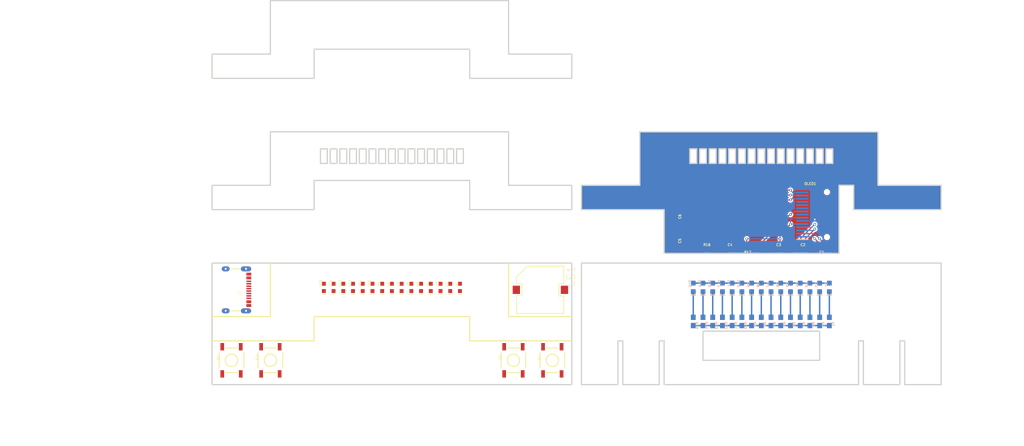
<source format=kicad_pcb>
(kicad_pcb (version 20221018) (generator pcbnew)
  (layers (0 "F.Cu" signal) (31 "B.Cu" signal) (34 "B.Paste" user) (35 "F.Paste" user) (36 "B.SilkS" user "B.Silkscreen") (37 "F.SilkS" user "F.Silkscreen") (38 "B.Mask" user) (39 "F.Mask" user) (44 "Edge.Cuts" user))
  (net 0 "")
  (net 1 "N$1")
  (net 2 "N$2")
  (net 3 "N$3")
  (net 4 "N$4")
  (net 5 "N$5")
  (net 6 "N$6")
  (net 7 "N$7")
  (net 8 "N$8")
  (net 9 "N$9")
  (net 10 "N$10")
  (net 11 "N$11")
  (net 12 "N$12")
  (net 13 "N$13")
  (net 14 "N$14")
  (net 15 "N$15")
  (net 16 "N$16")
  (net 17 "N$17")
  (net 18 "N$18")
  (net 19 "N$19")
  (net 20 "N$20")
  (net 21 "N$21")
  (net 22 "3.3V")
  (net 23 "GND")
  (net 24 "N$22")
  (net 25 "N$24")
  (net 26 "N$25")
  (net 27 "OLED_RST")
  (net 28 "SCL")
  (net 29 "SDA")
  (footprint "working:ALS-PT19" (layer "F.Cu") (at 96.5011 124.5036 90)
    (fp_text reference "U15")
    (fp_text value "LIGHT_SENSORALS")
  )
  (footprint "working:TACTILE_SWITCH_SMD_5.2MM" (layer "F.Cu") (at 135.5011 139.5036 90)
    (fp_text reference "S3")
    (fp_text value "MOMENTARY-SWITCH-SPST-SMD-5.2MM-TALL" hide)
  )
  (footprint "working:0603" (layer "F.Cu") (at 189.5011 116.5036)
    (fp_text reference "C3")
    (fp_text value "4.7uF")
  )
  (footprint "" (layer "F.Cu") (at 106.5011 70.5036)
    (fp_text reference "@HOLE5" hide)
    (fp_text value "")
  )
  (footprint "working:TACTILE_SWITCH_SMD_5.2MM" (layer "F.Cu") (at 85.5011 139.5036 90)
    (fp_text reference "S2")
    (fp_text value "MOMENTARY-SWITCH-SPST-SMD-5.2MM-TALL" hide)
  )
  (footprint "working:ALS-PT19" (layer "F.Cu") (at 100.5011 124.5036 90)
    (fp_text reference "U13")
    (fp_text value "LIGHT_SENSORALS")
  )
  (footprint "working:ALS-PT19" (layer "F.Cu") (at 108.5011 124.5036 90)
    (fp_text reference "U9")
    (fp_text value "LIGHT_SENSORALS")
  )
  (footprint "working:BUZZER_SMD" (layer "F.Cu") (at 141.0011 125.0036 -90)
    (fp_text reference "LS1")
    (fp_text value "BUZZER-SMD-SQUARE")
  )
  (footprint "working:TACTILE_SWITCH_SMD_5.2MM" (layer "F.Cu") (at 77.5011 139.5036 90)
    (fp_text reference "S1")
    (fp_text value "MOMENTARY-SWITCH-SPST-SMD-5.2MM-TALL" hide)
  )
  (footprint "" (layer "F.Cu") (at 100.5011 70.5036)
    (fp_text reference "@HOLE2" hide)
    (fp_text value "")
  )
  (footprint "working:0603" (layer "F.Cu") (at 199.5011 116.5036 180)
    (fp_text reference "C1")
    (fp_text value "1.0uF")
  )
  (footprint "working:0603" (layer "F.Cu") (at 184.5011 116.5036 180)
    (fp_text reference "R17")
    (fp_text value "10k")
  )
  (footprint "working:ALS-PT19" (layer "F.Cu") (at 122.5011 124.5036 90)
    (fp_text reference "U2")
    (fp_text value "LIGHT_SENSORALS")
  )
  (footprint "" (layer "F.Cu") (at 102.5011 70.5036)
    (fp_text reference "@HOLE3" hide)
    (fp_text value "")
  )
  (footprint "" (layer "F.Cu") (at 124.5011 70.5036)
    (fp_text reference "@HOLE14" hide)
    (fp_text value "")
  )
  (footprint "working:0603" (layer "F.Cu") (at 170.5011 115.5036 90)
    (fp_text reference "C5")
    (fp_text value "2.2uF")
  )
  (footprint "" (layer "F.Cu") (at 110.5011 70.5036)
    (fp_text reference "@HOLE7" hide)
    (fp_text value "")
  )
  (footprint "working:0603" (layer "F.Cu") (at 179.5011 116.5036)
    (fp_text reference "C4")
    (fp_text value "0.1uF")
  )
  (footprint "" (layer "F.Cu") (at 112.5011 70.5036)
    (fp_text reference "@HOLE8" hide)
    (fp_text value "")
  )
  (footprint "working:ALS-PT19" (layer "F.Cu") (at 120.5011 124.5036 90)
    (fp_text reference "U3")
    (fp_text value "LIGHT_SENSORALS")
  )
  (footprint "working:ALS-PT19" (layer "F.Cu") (at 112.5011 124.5036 90)
    (fp_text reference "U7")
    (fp_text value "LIGHT_SENSORALS")
  )
  (footprint "working:KIKKERLAND15" (layer "F.Cu") (at 50.5011 144.5036)
    (fp_text reference "E$1" hide)
    (fp_text value "" hide)
  )
  (footprint "working:ALS-PT19" (layer "F.Cu") (at 124.5011 124.5036 90)
    (fp_text reference "U1")
    (fp_text value "LIGHT_SENSORALS")
  )
  (footprint "working:OLED-UG-2832TSWGG01-REAR" (layer "F.Cu") (at 194.2011 103.9036)
    (fp_text reference "OLED1")
    (fp_text value "32x128 OLED")
  )
  (footprint "working:ALS-PT19" (layer "F.Cu") (at 114.5011 124.5036 90)
    (fp_text reference "U6")
    (fp_text value "LIGHT_SENSORALS")
  )
  (footprint "working:TACTILE_SWITCH_SMD_5.2MM" (layer "F.Cu") (at 143.5011 139.5036 90)
    (fp_text reference "S4")
    (fp_text value "MOMENTARY-SWITCH-SPST-SMD-5.2MM-TALL" hide)
  )
  (footprint "working:ALS-PT19" (layer "F.Cu") (at 104.5011 124.5036 90)
    (fp_text reference "U11")
    (fp_text value "LIGHT_SENSORALS")
  )
  (footprint "" (layer "F.Cu") (at 118.5011 70.5036)
    (fp_text reference "@HOLE11" hide)
    (fp_text value "")
  )
  (footprint "working:ALS-PT19" (layer "F.Cu") (at 118.5011 124.5036 90)
    (fp_text reference "U4")
    (fp_text value "LIGHT_SENSORALS")
  )
  (footprint "working:ALS-PT19" (layer "F.Cu") (at 116.5011 124.5036 90)
    (fp_text reference "U5")
    (fp_text value "LIGHT_SENSORALS")
  )
  (footprint "" (layer "F.Cu") (at 108.5011 70.5036)
    (fp_text reference "@HOLE6" hide)
    (fp_text value "")
  )
  (footprint "working:0603" (layer "F.Cu") (at 194.5011 116.5036)
    (fp_text reference "C2")
    (fp_text value "1.0uF")
  )
  (footprint "" (layer "F.Cu") (at 98.5011 70.5036)
    (fp_text reference "@HOLE1" hide)
    (fp_text value "")
  )
  (footprint "working:ALS-PT19" (layer "F.Cu") (at 106.5011 124.5036 90)
    (fp_text reference "U10")
    (fp_text value "LIGHT_SENSORALS")
  )
  (footprint "working:0603" (layer "F.Cu") (at 174.5011 116.5036)
    (fp_text reference "R16")
    (fp_text value "560K")
  )
  (footprint "working:USB-C-16P-2LAYER-PADS" (layer "F.Cu") (at 81.4011 125.0036 -90)
    (fp_text reference "J1")
    (fp_text value "")
  )
  (footprint "working:ALS-PT19" (layer "F.Cu") (at 110.5011 124.5036 90)
    (fp_text reference "U8")
    (fp_text value "LIGHT_SENSORALS")
  )
  (footprint "" (layer "F.Cu") (at 96.5011 70.5036)
    (fp_text reference "@HOLE0" hide)
    (fp_text value "")
  )
  (footprint "" (layer "F.Cu") (at 104.5011 70.5036)
    (fp_text reference "@HOLE4" hide)
    (fp_text value "")
  )
  (footprint "" (layer "F.Cu") (at 114.5011 70.5036)
    (fp_text reference "@HOLE9" hide)
    (fp_text value "")
  )
  (footprint "" (layer "F.Cu") (at 120.5011 70.5036)
    (fp_text reference "@HOLE12" hide)
    (fp_text value "")
  )
  (footprint "" (layer "F.Cu") (at 122.5011 70.5036)
    (fp_text reference "@HOLE13" hide)
    (fp_text value "")
  )
  (footprint "working:ALS-PT19" (layer "F.Cu") (at 98.5011 124.5036 90)
    (fp_text reference "U14")
    (fp_text value "LIGHT_SENSORALS")
  )
  (footprint "working:CREATIVE_COMMONS" (layer "F.Cu") (at 99.5011 156.5036)
    (fp_text reference "FRAME1" hide)
    (fp_text value "FRAME-LETTER" hide)
  )
  (footprint "working:0603" (layer "F.Cu") (at 170.5011 110.5036 90)
    (fp_text reference "C6")
    (fp_text value "4.7uF")
  )
  (footprint "" (layer "F.Cu") (at 116.5011 70.5036)
    (fp_text reference "@HOLE10" hide)
    (fp_text value "")
  )
  (footprint "working:ALS-PT19" (layer "F.Cu") (at 102.5011 124.5036 90)
    (fp_text reference "U12")
    (fp_text value "LIGHT_SENSORALS")
  )
  (footprint "working:LED-0603" (layer "B.Cu") (at 190.5011 124.5036 -90)
    (fp_text reference "D6")
    (fp_text value "")
  )
  (footprint "working:0603" (layer "B.Cu") (at 176.5011 131.5036 90)
    (fp_text reference "R13")
    (fp_text value "330")
  )
  (footprint "working:LED-0603" (layer "B.Cu") (at 198.5011 124.5036 -90)
    (fp_text reference "D2")
    (fp_text value "")
  )
  (footprint "working:0603" (layer "B.Cu") (at 186.5011 131.5036 90)
    (fp_text reference "R8")
    (fp_text value "330")
  )
  (footprint "working:0603" (layer "B.Cu") (at 180.5011 131.5036 90)
    (fp_text reference "R11")
    (fp_text value "330")
  )
  (footprint "working:0603" (layer "B.Cu") (at 196.5011 131.5036 90)
    (fp_text reference "R3")
    (fp_text value "330")
  )
  (footprint "working:LED-0603" (layer "B.Cu") (at 178.5011 124.5036 -90)
    (fp_text reference "D12")
    (fp_text value "")
  )
  (footprint "working:LED-0603" (layer "B.Cu") (at 194.5011 124.5036 -90)
    (fp_text reference "D4")
    (fp_text value "")
  )
  (footprint "working:LED-0603" (layer "B.Cu") (at 182.5011 124.5036 -90)
    (fp_text reference "D10")
    (fp_text value "")
  )
  (footprint "working:LED-0603" (layer "B.Cu") (at 172.5011 124.5036 -90)
    (fp_text reference "D15")
    (fp_text value "")
  )
  (footprint "working:0603" (layer "B.Cu") (at 192.5011 131.5036 90)
    (fp_text reference "R5")
    (fp_text value "330")
  )
  (footprint "working:0603" (layer "B.Cu") (at 194.5011 131.5036 90)
    (fp_text reference "R4")
    (fp_text value "330")
  )
  (footprint "working:LED-0603" (layer "B.Cu") (at 192.5011 124.5036 -90)
    (fp_text reference "D5")
    (fp_text value "")
  )
  (footprint "working:0603" (layer "B.Cu") (at 172.5011 131.5036 90)
    (fp_text reference "R15")
    (fp_text value "330")
  )
  (footprint "working:0603" (layer "B.Cu") (at 184.5011 131.5036 90)
    (fp_text reference "R9")
    (fp_text value "330")
  )
  (footprint "working:0603" (layer "B.Cu") (at 198.5011 131.5036 90)
    (fp_text reference "R2")
    (fp_text value "330")
  )
  (footprint "working:0603" (layer "B.Cu") (at 200.5011 131.5036 90)
    (fp_text reference "R1")
    (fp_text value "330")
  )
  (footprint "working:LED-0603" (layer "B.Cu") (at 180.5011 124.5036 -90)
    (fp_text reference "D11")
    (fp_text value "")
  )
  (footprint "working:0603" (layer "B.Cu") (at 188.5011 131.5036 90)
    (fp_text reference "R7")
    (fp_text value "330")
  )
  (footprint "working:LED-0603" (layer "B.Cu") (at 186.5011 124.5036 -90)
    (fp_text reference "D8")
    (fp_text value "")
  )
  (footprint "working:LED-0603" (layer "B.Cu") (at 196.5011 124.5036 -90)
    (fp_text reference "D3")
    (fp_text value "")
  )
  (footprint "working:0603" (layer "B.Cu") (at 182.5011 131.5036 90)
    (fp_text reference "R10")
    (fp_text value "330")
  )
  (footprint "working:LED-0603" (layer "B.Cu") (at 184.5011 124.5036 -90)
    (fp_text reference "D9")
    (fp_text value "")
  )
  (footprint "working:0603" (layer "B.Cu") (at 190.5011 131.5036 90)
    (fp_text reference "R6")
    (fp_text value "330")
  )
  (footprint "working:LED-0603" (layer "B.Cu") (at 174.5011 124.5036 -90)
    (fp_text reference "D14")
    (fp_text value "")
  )
  (footprint "working:LED-0603" (layer "B.Cu") (at 200.5011 124.5036 -90)
    (fp_text reference "D1")
    (fp_text value "")
  )
  (footprint "working:0603" (layer "B.Cu") (at 174.5011 131.5036 90)
    (fp_text reference "R14")
    (fp_text value "330")
  )
  (footprint "working:LED-0603" (layer "B.Cu") (at 188.5011 124.5036 -90)
    (fp_text reference "D7")
    (fp_text value "")
  )
  (footprint "working:LED-0603" (layer "B.Cu") (at 176.5011 124.5036 -90)
    (fp_text reference "D13")
    (fp_text value "")
  )
  (footprint "working:0603" (layer "B.Cu") (at 178.5011 131.5036 90)
    (fp_text reference "R12")
    (fp_text value "330")
  )
  (gr_line (start 85.5011 130.5036) (end 85.5011 119.5036) (stroke (width 0.254)) (layer "F.SilkS"))
  (gr_line (start 134.5011 130.5036) (end 134.5011 119.5036) (stroke (width 0.254)) (layer "F.SilkS"))
  (gr_line (start 126.5011 130.5036) (end 94.5011 130.5036) (stroke (width 0.254)) (layer "F.SilkS"))
  (gr_line (start 126.5011 135.5036) (end 147.5011 135.5036) (stroke (width 0.254)) (layer "F.SilkS"))
  (gr_line (start 73.5011 135.5036) (end 94.5011 135.5036) (stroke (width 0.254)) (layer "F.SilkS"))
  (gr_line (start 126.5011 130.5036) (end 126.5011 135.5036) (stroke (width 0.254)) (layer "F.SilkS"))
  (gr_line (start 147.5011 135.5036) (end 147.5011 130.5036) (stroke (width 0.254)) (layer "F.SilkS"))
  (gr_line (start 73.5011 130.5036) (end 73.5011 135.5036) (stroke (width 0.254)) (layer "F.SilkS"))
  (gr_line (start 147.5011 130.5036) (end 134.5011 130.5036) (stroke (width 0.254)) (layer "F.SilkS"))
  (gr_line (start 85.5011 119.5036) (end 134.5011 119.5036) (stroke (width 0.254)) (layer "F.SilkS"))
  (gr_line (start 85.5011 130.5036) (end 73.5011 130.5036) (stroke (width 0.254)) (layer "F.SilkS"))
  (gr_line (start 94.5011 135.5036) (end 94.5011 130.5036) (stroke (width 0.254)) (layer "F.SilkS"))
  (gr_line (start 179.8011 99.0036) (end 179.8011 96.0036) (stroke (width 0.254)) (layer "Edge.Cuts"))
  (gr_line (start 101.8011 99.0036) (end 101.8011 96.0036) (stroke (width 0.254)) (layer "Edge.Cuts"))
  (gr_line (start 115.2011 96.0036) (end 115.2011 99.0036) (stroke (width 0.254)) (layer "Edge.Cuts"))
  (gr_line (start 115.2011 99.0036) (end 113.8011 99.0036) (stroke (width 0.254)) (layer "Edge.Cuts"))
  (gr_line (start 177.2011 96.0036) (end 177.2011 99.0036) (stroke (width 0.254)) (layer "Edge.Cuts"))
  (gr_line (start 173.8011 99.0036) (end 173.8011 96.0036) (stroke (width 0.254)) (layer "Edge.Cuts"))
  (gr_line (start 85.5011 65.5036) (end 134.5011 65.5036) (stroke (width 0.254)) (layer "Edge.Cuts"))
  (gr_line (start 202.5011 117.5036) (end 202.5011 103.5036) (stroke (width 0.254)) (layer "Edge.Cuts"))
  (gr_line (start 147.5011 144.5036) (end 73.5011 144.5036) (stroke (width 0.254)) (layer "Edge.Cuts"))
  (gr_line (start 119.8011 96.0036) (end 121.2011 96.0036) (stroke (width 0.254)) (layer "Edge.Cuts"))
  (gr_line (start 147.5011 108.5036) (end 147.5011 103.5036) (stroke (width 0.254)) (layer "Edge.Cuts"))
  (gr_line (start 97.2011 96.0036) (end 97.2011 99.0036) (stroke (width 0.254)) (layer "Edge.Cuts"))
  (gr_line (start 165.5011 135.5036) (end 165.5011 144.5036) (stroke (width 0.254)) (layer "Edge.Cuts"))
  (gr_line (start 95.8011 99.0036) (end 95.8011 96.0036) (stroke (width 0.254)) (layer "Edge.Cuts"))
  (gr_line (start 189.2011 96.0036) (end 189.2011 99.0036) (stroke (width 0.254)) (layer "Edge.Cuts"))
  (gr_line (start 195.8011 96.0036) (end 197.2011 96.0036) (stroke (width 0.254)) (layer "Edge.Cuts"))
  (gr_line (start 149.5011 119.5036) (end 223.5011 119.5036) (stroke (width 0.254)) (layer "Edge.Cuts"))
  (gr_line (start 210.5011 103.5036) (end 210.5011 92.5036) (stroke (width 0.254)) (layer "Edge.Cuts"))
  (gr_line (start 189.2011 99.0036) (end 187.8011 99.0036) (stroke (width 0.254)) (layer "Edge.Cuts"))
  (gr_line (start 175.8011 96.0036) (end 177.2011 96.0036) (stroke (width 0.254)) (layer "Edge.Cuts"))
  (gr_line (start 171.8011 96.0036) (end 173.2011 96.0036) (stroke (width 0.254)) (layer "Edge.Cuts"))
  (gr_line (start 187.8011 96.0036) (end 189.2011 96.0036) (stroke (width 0.254)) (layer "Edge.Cuts"))
  (gr_line (start 97.8011 96.0036) (end 99.2011 96.0036) (stroke (width 0.254)) (layer "Edge.Cuts"))
  (gr_line (start 85.5011 103.5036) (end 73.5011 103.5036) (stroke (width 0.254)) (layer "Edge.Cuts"))
  (gr_line (start 181.2011 96.0036) (end 181.2011 99.0036) (stroke (width 0.254)) (layer "Edge.Cuts"))
  (gr_line (start 158.0011 135.5036) (end 158.0011 144.5036) (stroke (width 0.254)) (layer "Edge.Cuts"))
  (gr_line (start 134.5011 76.5036) (end 134.5011 65.5036) (stroke (width 0.254)) (layer "Edge.Cuts"))
  (gr_line (start 185.2011 99.0036) (end 183.8011 99.0036) (stroke (width 0.254)) (layer "Edge.Cuts"))
  (gr_line (start 207.5011 135.5036) (end 207.5011 144.5036) (stroke (width 0.254)) (layer "Edge.Cuts"))
  (gr_line (start 125.2011 99.0036) (end 123.8011 99.0036) (stroke (width 0.254)) (layer "Edge.Cuts"))
  (gr_line (start 193.2011 99.0036) (end 191.8011 99.0036) (stroke (width 0.254)) (layer "Edge.Cuts"))
  (gr_line (start 183.2011 96.0036) (end 183.2011 99.0036) (stroke (width 0.254)) (layer "Edge.Cuts"))
  (gr_line (start 103.2011 96.0036) (end 103.2011 99.0036) (stroke (width 0.254)) (layer "Edge.Cuts"))
  (gr_line (start 198.5011 139.5036) (end 174.5011 139.5036) (stroke (width 0.254)) (layer "Edge.Cuts"))
  (gr_line (start 189.8011 99.0036) (end 189.8011 96.0036) (stroke (width 0.254)) (layer "Edge.Cuts"))
  (gr_line (start 173.8011 96.0036) (end 175.2011 96.0036) (stroke (width 0.254)) (layer "Edge.Cuts"))
  (gr_line (start 123.8011 99.0036) (end 123.8011 96.0036) (stroke (width 0.254)) (layer "Edge.Cuts"))
  (gr_line (start 147.5011 119.5036) (end 147.5011 144.5036) (stroke (width 0.254)) (layer "Edge.Cuts"))
  (gr_line (start 111.8011 99.0036) (end 111.8011 96.0036) (stroke (width 0.254)) (layer "Edge.Cuts"))
  (gr_line (start 126.5011 108.5036) (end 147.5011 108.5036) (stroke (width 0.254)) (layer "Edge.Cuts"))
  (gr_line (start 202.5011 117.5036) (end 166.5011 117.5036) (stroke (width 0.254)) (layer "Edge.Cuts"))
  (gr_line (start 185.8011 96.0036) (end 187.2011 96.0036) (stroke (width 0.254)) (layer "Edge.Cuts"))
  (gr_line (start 183.2011 99.0036) (end 181.8011 99.0036) (stroke (width 0.254)) (layer "Edge.Cuts"))
  (gr_line (start 181.8011 96.0036) (end 183.2011 96.0036) (stroke (width 0.254)) (layer "Edge.Cuts"))
  (gr_line (start 191.2011 96.0036) (end 191.2011 99.0036) (stroke (width 0.254)) (layer "Edge.Cuts"))
  (gr_line (start 177.2011 99.0036) (end 175.8011 99.0036) (stroke (width 0.254)) (layer "Edge.Cuts"))
  (gr_line (start 125.2011 96.0036) (end 125.2011 99.0036) (stroke (width 0.254)) (layer "Edge.Cuts"))
  (gr_line (start 113.2011 96.0036) (end 113.2011 99.0036) (stroke (width 0.254)) (layer "Edge.Cuts"))
  (gr_line (start 183.8011 96.0036) (end 185.2011 96.0036) (stroke (width 0.254)) (layer "Edge.Cuts"))
  (gr_line (start 216.0011 135.5036) (end 215.0011 135.5036) (stroke (width 0.254)) (layer "Edge.Cuts"))
  (gr_line (start 73.5011 119.5036) (end 147.5011 119.5036) (stroke (width 0.254)) (layer "Edge.Cuts"))
  (gr_line (start 205.5011 103.5036) (end 205.5011 108.5036) (stroke (width 0.254)) (layer "Edge.Cuts"))
  (gr_line (start 195.2011 96.0036) (end 195.2011 99.0036) (stroke (width 0.254)) (layer "Edge.Cuts"))
  (gr_line (start 105.8011 96.0036) (end 107.2011 96.0036) (stroke (width 0.254)) (layer "Edge.Cuts"))
  (gr_line (start 97.8011 99.0036) (end 97.8011 96.0036) (stroke (width 0.254)) (layer "Edge.Cuts"))
  (gr_line (start 126.5011 75.5036) (end 126.5011 81.5036) (stroke (width 0.254)) (layer "Edge.Cuts"))
  (gr_line (start 187.8011 99.0036) (end 187.8011 96.0036) (stroke (width 0.254)) (layer "Edge.Cuts"))
  (gr_line (start 191.8011 99.0036) (end 191.8011 96.0036) (stroke (width 0.254)) (layer "Edge.Cuts"))
  (gr_line (start 99.2011 96.0036) (end 99.2011 99.0036) (stroke (width 0.254)) (layer "Edge.Cuts"))
  (gr_line (start 105.2011 99.0036) (end 103.8011 99.0036) (stroke (width 0.254)) (layer "Edge.Cuts"))
  (gr_line (start 94.5011 81.5036) (end 94.5011 75.5036) (stroke (width 0.254)) (layer "Edge.Cuts"))
  (gr_line (start 115.8011 96.0036) (end 117.2011 96.0036) (stroke (width 0.254)) (layer "Edge.Cuts"))
  (gr_line (start 201.2011 99.0036) (end 199.8011 99.0036) (stroke (width 0.254)) (layer "Edge.Cuts"))
  (gr_line (start 166.5011 144.5036) (end 206.5011 144.5036) (stroke (width 0.254)) (layer "Edge.Cuts"))
  (gr_line (start 195.8011 99.0036) (end 195.8011 96.0036) (stroke (width 0.254)) (layer "Edge.Cuts"))
  (gr_line (start 126.5011 81.5036) (end 147.5011 81.5036) (stroke (width 0.254)) (layer "Edge.Cuts"))
  (gr_line (start 179.8011 96.0036) (end 181.2011 96.0036) (stroke (width 0.254)) (layer "Edge.Cuts"))
  (gr_line (start 173.2011 99.0036) (end 171.8011 99.0036) (stroke (width 0.254)) (layer "Edge.Cuts"))
  (gr_line (start 73.5011 144.5036) (end 73.5011 119.5036) (stroke (width 0.254)) (layer "Edge.Cuts"))
  (gr_line (start 216.0011 144.5036) (end 216.0011 135.5036) (stroke (width 0.254)) (layer "Edge.Cuts"))
  (gr_line (start 181.8011 99.0036) (end 181.8011 96.0036) (stroke (width 0.254)) (layer "Edge.Cuts"))
  (gr_line (start 113.2011 99.0036) (end 111.8011 99.0036) (stroke (width 0.254)) (layer "Edge.Cuts"))
  (gr_line (start 187.2011 99.0036) (end 185.8011 99.0036) (stroke (width 0.254)) (layer "Edge.Cuts"))
  (gr_line (start 197.2011 99.0036) (end 195.8011 99.0036) (stroke (width 0.254)) (layer "Edge.Cuts"))
  (gr_line (start 207.5011 144.5036) (end 215.0011 144.5036) (stroke (width 0.254)) (layer "Edge.Cuts"))
  (gr_line (start 174.5011 139.5036) (end 174.5011 133.5036) (stroke (width 0.254)) (layer "Edge.Cuts"))
  (gr_line (start 161.5011 103.5036) (end 149.5011 103.5036) (stroke (width 0.254)) (layer "Edge.Cuts"))
  (gr_line (start 119.2011 96.0036) (end 119.2011 99.0036) (stroke (width 0.254)) (layer "Edge.Cuts"))
  (gr_line (start 99.8011 96.0036) (end 101.2011 96.0036) (stroke (width 0.254)) (layer "Edge.Cuts"))
  (gr_line (start 95.8011 96.0036) (end 97.2011 96.0036) (stroke (width 0.254)) (layer "Edge.Cuts"))
  (gr_line (start 191.2011 99.0036) (end 189.8011 99.0036) (stroke (width 0.254)) (layer "Edge.Cuts"))
  (gr_line (start 103.8011 99.0036) (end 103.8011 96.0036) (stroke (width 0.254)) (layer "Edge.Cuts"))
  (gr_line (start 179.2011 99.0036) (end 177.8011 99.0036) (stroke (width 0.254)) (layer "Edge.Cuts"))
  (gr_line (start 103.2011 99.0036) (end 101.8011 99.0036) (stroke (width 0.254)) (layer "Edge.Cuts"))
  (gr_line (start 94.5011 108.5036) (end 94.5011 102.5036) (stroke (width 0.254)) (layer "Edge.Cuts"))
  (gr_line (start 147.5011 76.5036) (end 134.5011 76.5036) (stroke (width 0.254)) (layer "Edge.Cuts"))
  (gr_line (start 185.8011 99.0036) (end 185.8011 96.0036) (stroke (width 0.254)) (layer "Edge.Cuts"))
  (gr_line (start 147.5011 103.5036) (end 134.5011 103.5036) (stroke (width 0.254)) (layer "Edge.Cuts"))
  (gr_line (start 85.5011 76.5036) (end 85.5011 65.5036) (stroke (width 0.254)) (layer "Edge.Cuts"))
  (gr_line (start 166.5011 135.5036) (end 165.5011 135.5036) (stroke (width 0.254)) (layer "Edge.Cuts"))
  (gr_line (start 109.2011 96.0036) (end 109.2011 99.0036) (stroke (width 0.254)) (layer "Edge.Cuts"))
  (gr_line (start 99.2011 99.0036) (end 97.8011 99.0036) (stroke (width 0.254)) (layer "Edge.Cuts"))
  (gr_line (start 161.5011 92.5036) (end 210.5011 92.5036) (stroke (width 0.254)) (layer "Edge.Cuts"))
  (gr_line (start 117.2011 96.0036) (end 117.2011 99.0036) (stroke (width 0.254)) (layer "Edge.Cuts"))
  (gr_line (start 199.2011 99.0036) (end 197.8011 99.0036) (stroke (width 0.254)) (layer "Edge.Cuts"))
  (gr_line (start 197.2011 96.0036) (end 197.2011 99.0036) (stroke (width 0.254)) (layer "Edge.Cuts"))
  (gr_line (start 177.8011 96.0036) (end 179.2011 96.0036) (stroke (width 0.254)) (layer "Edge.Cuts"))
  (gr_line (start 109.8011 96.0036) (end 111.2011 96.0036) (stroke (width 0.254)) (layer "Edge.Cuts"))
  (gr_line (start 199.2011 96.0036) (end 199.2011 99.0036) (stroke (width 0.254)) (layer "Edge.Cuts"))
  (gr_line (start 223.5011 103.5036) (end 223.5011 108.5036) (stroke (width 0.254)) (layer "Edge.Cuts"))
  (gr_line (start 149.5011 103.5036) (end 149.5011 108.5036) (stroke (width 0.254)) (layer "Edge.Cuts"))
  (gr_line (start 107.2011 96.0036) (end 107.2011 99.0036) (stroke (width 0.254)) (layer "Edge.Cuts"))
  (gr_line (start 206.5011 135.5036) (end 207.5011 135.5036) (stroke (width 0.254)) (layer "Edge.Cuts"))
  (gr_line (start 73.5011 81.5036) (end 94.5011 81.5036) (stroke (width 0.254)) (layer "Edge.Cuts"))
  (gr_line (start 113.8011 96.0036) (end 115.2011 96.0036) (stroke (width 0.254)) (layer "Edge.Cuts"))
  (gr_line (start 119.2011 99.0036) (end 117.8011 99.0036) (stroke (width 0.254)) (layer "Edge.Cuts"))
  (gr_line (start 101.8011 96.0036) (end 103.2011 96.0036) (stroke (width 0.254)) (layer "Edge.Cuts"))
  (gr_line (start 197.8011 99.0036) (end 197.8011 96.0036) (stroke (width 0.254)) (layer "Edge.Cuts"))
  (gr_line (start 111.2011 96.0036) (end 111.2011 99.0036) (stroke (width 0.254)) (layer "Edge.Cuts"))
  (gr_line (start 197.8011 96.0036) (end 199.2011 96.0036) (stroke (width 0.254)) (layer "Edge.Cuts"))
  (gr_line (start 206.5011 144.5036) (end 206.5011 135.5036) (stroke (width 0.254)) (layer "Edge.Cuts"))
  (gr_line (start 105.8011 99.0036) (end 105.8011 96.0036) (stroke (width 0.254)) (layer "Edge.Cuts"))
  (gr_line (start 109.2011 99.0036) (end 107.8011 99.0036) (stroke (width 0.254)) (layer "Edge.Cuts"))
  (gr_line (start 205.5011 108.5036) (end 223.5011 108.5036) (stroke (width 0.254)) (layer "Edge.Cuts"))
  (gr_line (start 115.8011 99.0036) (end 115.8011 96.0036) (stroke (width 0.254)) (layer "Edge.Cuts"))
  (gr_line (start 113.8011 99.0036) (end 113.8011 96.0036) (stroke (width 0.254)) (layer "Edge.Cuts"))
  (gr_line (start 193.2011 96.0036) (end 193.2011 99.0036) (stroke (width 0.254)) (layer "Edge.Cuts"))
  (gr_line (start 111.2011 99.0036) (end 109.8011 99.0036) (stroke (width 0.254)) (layer "Edge.Cuts"))
  (gr_line (start 157.0011 135.5036) (end 158.0011 135.5036) (stroke (width 0.254)) (layer "Edge.Cuts"))
  (gr_line (start 101.2011 96.0036) (end 101.2011 99.0036) (stroke (width 0.254)) (layer "Edge.Cuts"))
  (gr_line (start 123.8011 96.0036) (end 125.2011 96.0036) (stroke (width 0.254)) (layer "Edge.Cuts"))
  (gr_line (start 158.0011 144.5036) (end 165.5011 144.5036) (stroke (width 0.254)) (layer "Edge.Cuts"))
  (gr_line (start 121.8011 96.0036) (end 123.2011 96.0036) (stroke (width 0.254)) (layer "Edge.Cuts"))
  (gr_line (start 73.5011 108.5036) (end 94.5011 108.5036) (stroke (width 0.254)) (layer "Edge.Cuts"))
  (gr_line (start 179.2011 96.0036) (end 179.2011 99.0036) (stroke (width 0.254)) (layer "Edge.Cuts"))
  (gr_line (start 223.5011 119.5036) (end 223.5011 144.5036) (stroke (width 0.254)) (layer "Edge.Cuts"))
  (gr_line (start 101.2011 99.0036) (end 99.8011 99.0036) (stroke (width 0.254)) (layer "Edge.Cuts"))
  (gr_line (start 175.2011 96.0036) (end 175.2011 99.0036) (stroke (width 0.254)) (layer "Edge.Cuts"))
  (gr_line (start 103.8011 96.0036) (end 105.2011 96.0036) (stroke (width 0.254)) (layer "Edge.Cuts"))
  (gr_line (start 134.5011 103.5036) (end 134.5011 92.5036) (stroke (width 0.254)) (layer "Edge.Cuts"))
  (gr_line (start 97.2011 99.0036) (end 95.8011 99.0036) (stroke (width 0.254)) (layer "Edge.Cuts"))
  (gr_line (start 107.2011 99.0036) (end 105.8011 99.0036) (stroke (width 0.254)) (layer "Edge.Cuts"))
  (gr_line (start 117.8011 96.0036) (end 119.2011 96.0036) (stroke (width 0.254)) (layer "Edge.Cuts"))
  (gr_line (start 123.2011 99.0036) (end 121.8011 99.0036) (stroke (width 0.254)) (layer "Edge.Cuts"))
  (gr_line (start 117.8011 99.0036) (end 117.8011 96.0036) (stroke (width 0.254)) (layer "Edge.Cuts"))
  (gr_line (start 223.5011 103.5036) (end 210.5011 103.5036) (stroke (width 0.254)) (layer "Edge.Cuts"))
  (gr_line (start 201.2011 96.0036) (end 201.2011 99.0036) (stroke (width 0.254)) (layer "Edge.Cuts"))
  (gr_line (start 215.0011 135.5036) (end 215.0011 144.5036) (stroke (width 0.254)) (layer "Edge.Cuts"))
  (gr_line (start 185.2011 96.0036) (end 185.2011 99.0036) (stroke (width 0.254)) (layer "Edge.Cuts"))
  (gr_line (start 189.8011 96.0036) (end 191.2011 96.0036) (stroke (width 0.254)) (layer "Edge.Cuts"))
  (gr_line (start 94.5011 102.5036) (end 126.5011 102.5036) (stroke (width 0.254)) (layer "Edge.Cuts"))
  (gr_line (start 73.5011 103.5036) (end 73.5011 108.5036) (stroke (width 0.254)) (layer "Edge.Cuts"))
  (gr_line (start 123.2011 96.0036) (end 123.2011 99.0036) (stroke (width 0.254)) (layer "Edge.Cuts"))
  (gr_line (start 157.0011 144.5036) (end 157.0011 135.5036) (stroke (width 0.254)) (layer "Edge.Cuts"))
  (gr_line (start 166.5011 144.5036) (end 166.5011 135.5036) (stroke (width 0.254)) (layer "Edge.Cuts"))
  (gr_line (start 183.8011 99.0036) (end 183.8011 96.0036) (stroke (width 0.254)) (layer "Edge.Cuts"))
  (gr_line (start 107.8011 96.0036) (end 109.2011 96.0036) (stroke (width 0.254)) (layer "Edge.Cuts"))
  (gr_line (start 147.5011 81.5036) (end 147.5011 76.5036) (stroke (width 0.254)) (layer "Edge.Cuts"))
  (gr_line (start 161.5011 103.5036) (end 161.5011 92.5036) (stroke (width 0.254)) (layer "Edge.Cuts"))
  (gr_line (start 121.2011 99.0036) (end 119.8011 99.0036) (stroke (width 0.254)) (layer "Edge.Cuts"))
  (gr_line (start 173.2011 96.0036) (end 173.2011 99.0036) (stroke (width 0.254)) (layer "Edge.Cuts"))
  (gr_line (start 99.8011 99.0036) (end 99.8011 96.0036) (stroke (width 0.254)) (layer "Edge.Cuts"))
  (gr_line (start 216.0011 144.5036) (end 223.5011 144.5036) (stroke (width 0.254)) (layer "Edge.Cuts"))
  (gr_line (start 109.8011 99.0036) (end 109.8011 96.0036) (stroke (width 0.254)) (layer "Edge.Cuts"))
  (gr_line (start 85.5011 92.5036) (end 85.5011 103.5036) (stroke (width 0.254)) (layer "Edge.Cuts"))
  (gr_line (start 202.5011 103.5036) (end 205.5011 103.5036) (stroke (width 0.254)) (layer "Edge.Cuts"))
  (gr_line (start 105.2011 96.0036) (end 105.2011 99.0036) (stroke (width 0.254)) (layer "Edge.Cuts"))
  (gr_line (start 111.8011 96.0036) (end 113.2011 96.0036) (stroke (width 0.254)) (layer "Edge.Cuts"))
  (gr_line (start 117.2011 99.0036) (end 115.8011 99.0036) (stroke (width 0.254)) (layer "Edge.Cuts"))
  (gr_line (start 149.5011 144.5036) (end 149.5011 119.5036) (stroke (width 0.254)) (layer "Edge.Cuts"))
  (gr_line (start 198.5011 133.5036) (end 198.5011 139.5036) (stroke (width 0.254)) (layer "Edge.Cuts"))
  (gr_line (start 199.8011 99.0036) (end 199.8011 96.0036) (stroke (width 0.254)) (layer "Edge.Cuts"))
  (gr_line (start 121.8011 99.0036) (end 121.8011 96.0036) (stroke (width 0.254)) (layer "Edge.Cuts"))
  (gr_line (start 107.8011 99.0036) (end 107.8011 96.0036) (stroke (width 0.254)) (layer "Edge.Cuts"))
  (gr_line (start 134.5011 92.5036) (end 85.5011 92.5036) (stroke (width 0.254)) (layer "Edge.Cuts"))
  (gr_line (start 171.8011 99.0036) (end 171.8011 96.0036) (stroke (width 0.254)) (layer "Edge.Cuts"))
  (gr_line (start 85.5011 76.5036) (end 73.5011 76.5036) (stroke (width 0.254)) (layer "Edge.Cuts"))
  (gr_line (start 199.8011 96.0036) (end 201.2011 96.0036) (stroke (width 0.254)) (layer "Edge.Cuts"))
  (gr_line (start 119.8011 99.0036) (end 119.8011 96.0036) (stroke (width 0.254)) (layer "Edge.Cuts"))
  (gr_line (start 149.5011 108.5036) (end 166.5011 108.5036) (stroke (width 0.254)) (layer "Edge.Cuts"))
  (gr_line (start 191.8011 96.0036) (end 193.2011 96.0036) (stroke (width 0.254)) (layer "Edge.Cuts"))
  (gr_line (start 187.2011 96.0036) (end 187.2011 99.0036) (stroke (width 0.254)) (layer "Edge.Cuts"))
  (gr_line (start 174.5011 133.5036) (end 198.5011 133.5036) (stroke (width 0.254)) (layer "Edge.Cuts"))
  (gr_line (start 149.5011 144.5036) (end 157.0011 144.5036) (stroke (width 0.254)) (layer "Edge.Cuts"))
  (gr_line (start 126.5011 102.5036) (end 126.5011 108.5036) (stroke (width 0.254)) (layer "Edge.Cuts"))
  (gr_line (start 193.8011 96.0036) (end 195.2011 96.0036) (stroke (width 0.254)) (layer "Edge.Cuts"))
  (gr_line (start 121.2011 96.0036) (end 121.2011 99.0036) (stroke (width 0.254)) (layer "Edge.Cuts"))
  (gr_line (start 175.8011 99.0036) (end 175.8011 96.0036) (stroke (width 0.254)) (layer "Edge.Cuts"))
  (gr_line (start 166.5011 117.5036) (end 166.5011 108.5036) (stroke (width 0.254)) (layer "Edge.Cuts"))
  (gr_line (start 195.2011 99.0036) (end 193.8011 99.0036) (stroke (width 0.254)) (layer "Edge.Cuts"))
  (gr_line (start 73.5011 76.5036) (end 73.5011 81.5036) (stroke (width 0.254)) (layer "Edge.Cuts"))
  (gr_line (start 177.8011 99.0036) (end 177.8011 96.0036) (stroke (width 0.254)) (layer "Edge.Cuts"))
  (gr_line (start 126.5011 75.5036) (end 94.5011 75.5036) (stroke (width 0.254)) (layer "Edge.Cuts"))
  (gr_line (start 193.8011 99.0036) (end 193.8011 96.0036) (stroke (width 0.254)) (layer "Edge.Cuts"))
  (gr_line (start 175.2011 99.0036) (end 173.8011 99.0036) (stroke (width 0.254)) (layer "Edge.Cuts"))
  (gr_line (start 181.2011 99.0036) (end 179.8011 99.0036) (stroke (width 0.254)) (layer "Edge.Cuts"))
  (segment (start 200.5011 125.3806) (end 200.5011 130.6536) (width 0.3) (layer "B.Cu") (net 1))
  (segment (start 198.5011 125.3806) (end 198.5011 130.6536) (width 0.3) (layer "B.Cu") (net 2))
  (segment (start 196.5011 125.3806) (end 196.5011 130.6536) (width 0.3) (layer "B.Cu") (net 3))
  (segment (start 194.5011 125.3806) (end 194.5011 130.6536) (width 0.3) (layer "B.Cu") (net 4))
  (segment (start 192.5011 125.3806) (end 192.5011 130.6536) (width 0.3) (layer "B.Cu") (net 5))
  (segment (start 190.5011 125.3806) (end 190.5011 130.6536) (width 0.3) (layer "B.Cu") (net 6))
  (segment (start 188.5011 125.3806) (end 188.5011 130.6536) (width 0.3) (layer "B.Cu") (net 7))
  (segment (start 186.5011 125.3806) (end 186.5011 130.6536) (width 0.3) (layer "B.Cu") (net 8))
  (segment (start 184.5011 125.3806) (end 184.5011 130.6536) (width 0.3) (layer "B.Cu") (net 9))
  (segment (start 182.5011 125.3806) (end 182.5011 130.6536) (width 0.3) (layer "B.Cu") (net 10))
  (segment (start 180.5011 125.3806) (end 180.5011 130.6536) (width 0.3) (layer "B.Cu") (net 11))
  (segment (start 178.5011 125.3806) (end 178.5011 130.6536) (width 0.3) (layer "B.Cu") (net 12))
  (segment (start 176.5011 125.3806) (end 176.5011 130.6536) (width 0.3) (layer "B.Cu") (net 13))
  (segment (start 174.5011 125.3806) (end 174.5011 130.6536) (width 0.3) (layer "B.Cu") (net 14))
  (segment (start 172.5011 125.3806) (end 172.5011 130.6536) (width 0.3) (layer "B.Cu") (net 15))
  (segment (start 176.5011 132.3536) (end 174.5011 132.3536) (width 0.3) (layer "B.Cu") (net 16))
  (segment (start 186.5011 132.3536) (end 184.5011 132.3536) (width 0.3) (layer "B.Cu") (net 16))
  (segment (start 188.5011 132.3536) (end 186.5011 132.3536) (width 0.3) (layer "B.Cu") (net 16))
  (segment (start 190.5011 132.3536) (end 188.5011 132.3536) (width 0.3) (layer "B.Cu") (net 16))
  (segment (start 182.5011 132.3536) (end 180.5011 132.3536) (width 0.3) (layer "B.Cu") (net 16))
  (segment (start 198.5011 132.3536) (end 196.5011 132.3536) (width 0.3) (layer "B.Cu") (net 16))
  (segment (start 196.5011 132.3536) (end 194.5011 132.3536) (width 0.3) (layer "B.Cu") (net 16))
  (segment (start 184.5011 132.3536) (end 182.5011 132.3536) (width 0.3) (layer "B.Cu") (net 16))
  (segment (start 180.5011 132.3536) (end 178.5011 132.3536) (width 0.3) (layer "B.Cu") (net 16))
  (segment (start 194.5011 132.3536) (end 192.5011 132.3536) (width 0.3) (layer "B.Cu") (net 16))
  (segment (start 192.5011 132.3536) (end 190.5011 132.3536) (width 0.3) (layer "B.Cu") (net 16))
  (segment (start 178.5011 132.3536) (end 176.5011 132.3536) (width 0.3) (layer "B.Cu") (net 16))
  (segment (start 200.5011 132.3536) (end 198.5011 132.3536) (width 0.3) (layer "B.Cu") (net 16))
  (segment (start 174.5011 132.3536) (end 172.5011 132.3536) (width 0.3) (layer "B.Cu") (net 16))
  (segment (start 200.5011 123.6266) (end 198.5011 123.6266) (width 0.3) (layer "B.Cu") (net 17))
  (segment (start 184.5011 123.6266) (end 182.5011 123.6266) (width 0.3) (layer "B.Cu") (net 17))
  (segment (start 186.5011 123.6266) (end 184.5011 123.6266) (width 0.3) (layer "B.Cu") (net 17))
  (segment (start 176.5011 123.6266) (end 174.5011 123.6266) (width 0.3) (layer "B.Cu") (net 17))
  (segment (start 196.5011 123.6266) (end 194.5011 123.6266) (width 0.3) (layer "B.Cu") (net 17))
  (segment (start 188.5011 123.6266) (end 186.5011 123.6266) (width 0.3) (layer "B.Cu") (net 17))
  (segment (start 194.5011 123.6266) (end 192.5011 123.6266) (width 0.3) (layer "B.Cu") (net 17))
  (segment (start 182.5011 123.6266) (end 180.5011 123.6266) (width 0.3) (layer "B.Cu") (net 17))
  (segment (start 174.5011 123.6266) (end 172.5011 123.6266) (width 0.3) (layer "B.Cu") (net 17))
  (segment (start 198.5011 123.6266) (end 196.5011 123.6266) (width 0.3) (layer "B.Cu") (net 17))
  (segment (start 180.5011 123.6266) (end 178.5011 123.6266) (width 0.3) (layer "B.Cu") (net 17))
  (segment (start 190.5011 123.6266) (end 188.5011 123.6266) (width 0.3) (layer "B.Cu") (net 17))
  (segment (start 192.5011 123.6266) (end 190.5011 123.6266) (width 0.3) (layer "B.Cu") (net 17))
  (segment (start 178.5011 123.6266) (end 176.5011 123.6266) (width 0.3) (layer "B.Cu") (net 17))
  (segment (start 197.5011 114.5036) (end 198.6511 115.6536) (width 0.2) (layer "F.Cu") (net 18))
  (segment (start 198.6511 115.6536) (end 198.6511 116.5036) (width 0.2) (layer "F.Cu") (net 18))
  (via (at 197.5011 114.5036) (size 0.554) (drill 0.3) (layers "F.Cu" "B.Cu") (net 18))
  (segment (start 197.0761 114.0786) (end 197.5011 114.5036) (width 0.2) (layer "B.Cu") (net 18))
  (segment (start 194.9511 114.0786) (end 197.0761 114.0786) (width 0.2) (layer "B.Cu") (net 18))
  (segment (start 195.3511 114.6536) (end 195.3511 116.5036) (width 0.2) (layer "F.Cu") (net 19))
  (segment (start 197.5011 112.5036) (end 195.3511 114.6536) (width 0.2) (layer "F.Cu") (net 19))
  (via (at 197.5011 112.5036) (size 0.554) (drill 0.3) (layers "F.Cu" "B.Cu") (net 19))
  (segment (start 197.2261 112.7786) (end 197.5011 112.5036) (width 0.2) (layer "B.Cu") (net 19))
  (segment (start 194.9511 112.7786) (end 197.2261 112.7786) (width 0.2) (layer "B.Cu") (net 19))
  (segment (start 198.5011 114.5036) (end 200.3511 116.3536) (width 0.2) (layer "F.Cu") (net 20))
  (segment (start 200.3511 116.3536) (end 200.3511 116.5036) (width 0.2) (layer "F.Cu") (net 20))
  (via (at 198.5011 114.5036) (size 0.554) (drill 0.3) (layers "F.Cu" "B.Cu") (net 20))
  (segment (start 194.9511 113.4286) (end 197.4261 113.4286) (width 0.2) (layer "B.Cu") (net 20))
  (segment (start 197.4261 113.4286) (end 198.5011 114.5036) (width 0.2) (layer "B.Cu") (net 20))
  (segment (start 193.6511 115.3536) (end 193.6511 116.5036) (width 0.2) (layer "F.Cu") (net 21))
  (segment (start 197.5011 111.5036) (end 193.6511 115.3536) (width 0.2) (layer "F.Cu") (net 21))
  (via (at 197.5011 111.5036) (size 0.554) (drill 0.3) (layers "F.Cu" "B.Cu") (net 21))
  (segment (start 194.9511 112.1286) (end 196.8761 112.1286) (width 0.2) (layer "B.Cu") (net 21))
  (segment (start 196.8761 112.1286) (end 197.5011 111.5036) (width 0.2) (layer "B.Cu") (net 21))
  (segment (start 190.3511 114.5036) (end 190.3511 113.6536) (width 0.2) (layer "F.Cu") (net 22))
  (segment (start 180.3511 116.5036) (end 183.6511 116.5036) (width 0.2) (layer "F.Cu") (net 22))
  (segment (start 183.5011 116.3536) (end 183.5011 114.5036) (width 0.2) (layer "F.Cu") (net 22))
  (segment (start 183.6511 116.5036) (end 183.5011 116.3536) (width 0.2) (layer "F.Cu") (net 22))
  (segment (start 190.3511 116.5036) (end 190.3511 114.5036) (width 0.2) (layer "F.Cu") (net 22))
  (segment (start 190.3511 113.6536) (end 192.5011 111.5036) (width 0.2) (layer "F.Cu") (net 22))
  (via (at 183.5011 114.5036) (size 0.554) (drill 0.3) (layers "F.Cu" "B.Cu") (net 22))
  (via (at 190.3511 114.5036) (size 0.554) (drill 0.3) (layers "F.Cu" "B.Cu") (net 22))
  (via (at 192.5011 111.5036) (size 0.554) (drill 0.3) (layers "F.Cu" "B.Cu") (net 22))
  (segment (start 192.5261 111.4786) (end 194.9511 111.4786) (width 0.2) (layer "B.Cu") (net 22))
  (segment (start 192.5011 111.5036) (end 192.5261 111.4786) (width 0.2) (layer "B.Cu") (net 22))
  (segment (start 194.9511 110.1786) (end 192.8261 110.1786) (width 0.2) (layer "B.Cu") (net 22))
  (segment (start 183.5011 114.5036) (end 190.3511 114.5036) (width 0.2) (layer "B.Cu") (net 22))
  (segment (start 192.8261 110.1786) (end 192.5011 110.5036) (width 0.2) (layer "B.Cu") (net 22))
  (segment (start 192.5011 110.5036) (end 192.5011 111.5036) (width 0.2) (layer "B.Cu") (net 22))
  (via (at 197.5011 110.5036) (size 0.554) (drill 0.3) (layers "F.Cu" "B.Cu") (net 23))
  (segment (start 197.1761 110.8286) (end 197.5011 110.5036) (width 0.2) (layer "B.Cu") (net 23))
  (segment (start 194.9511 110.8286) (end 197.1761 110.8286) (width 0.2) (layer "B.Cu") (net 23))
  (segment (start 185.3511 106.5036) (end 192.5011 106.5036) (width 0.2) (layer "F.Cu") (net 24))
  (segment (start 175.3511 116.5036) (end 185.3511 106.5036) (width 0.2) (layer "F.Cu") (net 24))
  (via (at 192.5011 106.5036) (size 0.554) (drill 0.3) (layers "F.Cu" "B.Cu") (net 24))
  (segment (start 192.7261 106.2786) (end 194.9511 106.2786) (width 0.2) (layer "B.Cu") (net 24))
  (segment (start 192.5011 106.5036) (end 192.7261 106.2786) (width 0.2) (layer "B.Cu") (net 24))
  (segment (start 170.5011 114.6536) (end 179.6511 105.5036) (width 0.2) (layer "F.Cu") (net 25))
  (segment (start 179.6511 105.5036) (end 192.5011 105.5036) (width 0.2) (layer "F.Cu") (net 25))
  (via (at 192.5011 105.5036) (size 0.554) (drill 0.3) (layers "F.Cu" "B.Cu") (net 25))
  (segment (start 194.8261 105.5036) (end 194.9511 105.6286) (width 0.2) (layer "B.Cu") (net 25))
  (segment (start 192.5011 105.5036) (end 194.8261 105.5036) (width 0.2) (layer "B.Cu") (net 25))
  (segment (start 175.6511 104.5036) (end 192.5011 104.5036) (width 0.2) (layer "F.Cu") (net 26))
  (segment (start 170.5011 109.6536) (end 175.6511 104.5036) (width 0.2) (layer "F.Cu") (net 26))
  (via (at 192.5011 104.5036) (size 0.554) (drill 0.3) (layers "F.Cu" "B.Cu") (net 26))
  (segment (start 192.5011 104.5036) (end 192.9761 104.9786) (width 0.2) (layer "B.Cu") (net 26))
  (segment (start 192.9761 104.9786) (end 194.9511 104.9786) (width 0.2) (layer "B.Cu") (net 26))
  (segment (start 192.3511 109.5036) (end 192.5011 109.5036) (width 0.2) (layer "F.Cu") (net 27))
  (segment (start 185.3511 116.5036) (end 192.3511 109.5036) (width 0.2) (layer "F.Cu") (net 27))
  (via (at 192.5011 109.5036) (size 0.554) (drill 0.3) (layers "F.Cu" "B.Cu") (net 27))
  (segment (start 192.5011 109.5036) (end 193.1261 108.8786) (width 0.2) (layer "B.Cu") (net 27))
  (segment (start 193.1261 108.8786) (end 194.9511 108.8786) (width 0.2) (layer "B.Cu") (net 27))
  (zone (net 23) (net_name "GND") (layer "F.Cu") (priority 6) (connect_pads (clearance 0.3048)) (min_thickness 0.1) (fill yes (thermal_gap 0.25) (thermal_bridge_width 0.25))
    (polygon (pts (xy 210.6011 103.4036) (xy 223.6011 103.4036) (xy 223.6011 108.6036) (xy 205.4011 108.6036) (xy 205.4011 103.6036) (xy 202.6011 103.6036) (xy 202.6011 117.6036) (xy 166.4011 117.6036) (xy 166.4011 108.6036) (xy 149.4011 108.6036) (xy 149.4011 103.4036) (xy 161.4011 103.4036) (xy 161.4011 92.4036) (xy 210.6011 92.4036)))
  )
  (zone (net 23) (net_name "GND") (layer "B.Cu") (priority 6) (connect_pads (clearance 0.3048)) (min_thickness 0.1) (fill yes (thermal_gap 0.25) (thermal_bridge_width 0.25))
    (polygon (pts (xy 210.6011 103.4036) (xy 223.6011 103.4036) (xy 223.6011 108.6036) (xy 205.4011 108.6036) (xy 205.4011 103.6036) (xy 202.6011 103.6036) (xy 202.6011 117.6036) (xy 166.4011 117.6036) (xy 166.4011 108.6036) (xy 149.4011 108.6036) (xy 149.4011 103.4036) (xy 161.4011 103.4036) (xy 161.4011 92.4036) (xy 210.6011 92.4036)))
  )
)
</source>
